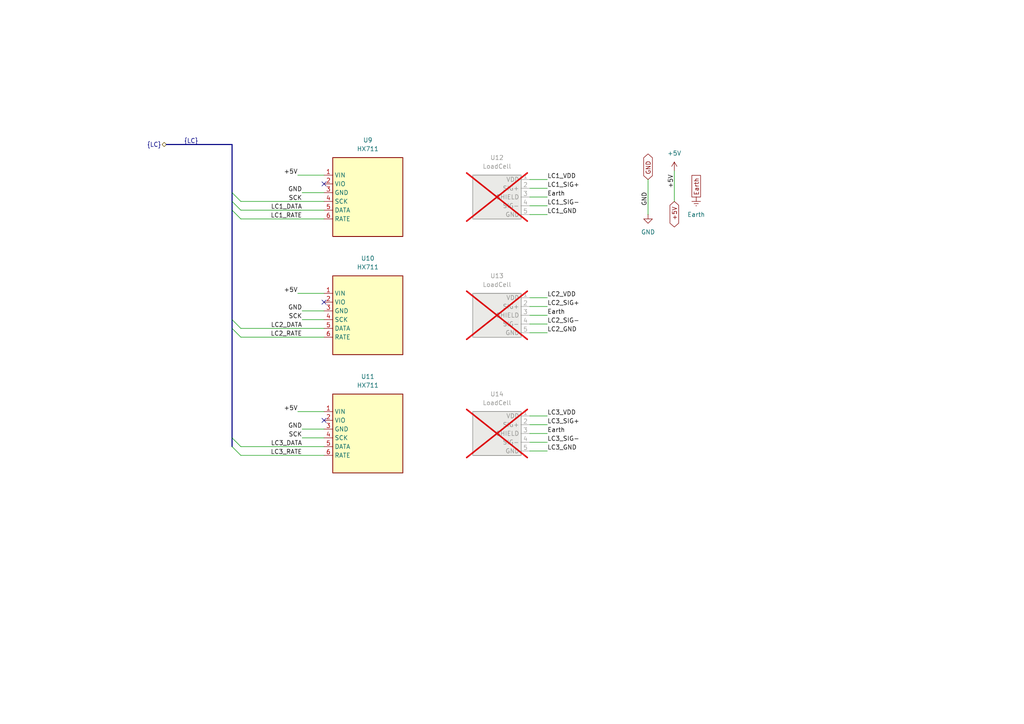
<source format=kicad_sch>
(kicad_sch (version 20231120) (generator "eeschema") (generator_version "8.0")
  (paper "A4")
  (lib_symbols
    (symbol "hb_symbol_lib:hx711_load_cell_amplifier"
      (property "Reference" "U" (at -0.254 14.732 0))
      (property "Value" "HX711" (at -2.54 12.7 0))
      (symbol "hx711_load_cell_amplifier_1_1"
        (rectangle (start -10.16 11.43) (end 10.16 -11.43) (stroke (width 0.254)) (fill (type background)))
        (pin input line (at -12.7 6.35 0) (length 2.54) (name "VIN") (number "1"))
        (pin output line (at -12.7 3.81 0) (length 2.54) (name "VIO") (number "2"))
        (pin power_in line (at -12.7 1.27 0) (length 2.54) (name "GND") (number "3"))
        (pin input line (at -12.7 -1.27 0) (length 2.54) (name "SCK") (number "4"))
        (pin output line (at -12.7 -3.81 0) (length 2.54) (name "DATA") (number "5"))
        (pin output line (at -12.7 -6.35 0) (length 2.54) (name "RATE") (number "6"))
      )
    )
    (symbol "hb_symbol_lib:load_cell_yzc516_50kg"
      (property "Reference" "U" (at 0.508 6.604 0))
      (property "Value" "LoadCell" (at 0 0 0))
      (symbol "load_cell_yzc516_50kg_1_1"
        (rectangle (start -6.35 5.08) (end 7.62 -7.62) (stroke (width 0.254)) (fill (type background)))
        (pin input line (at 10.16 3.81 180) (length 2.54) (name "VDD") (number "1"))
        (pin output line (at 10.16 1.27 180) (length 2.54) (name "SIG+") (number "2"))
        (pin input line (at 10.16 -1.27 180) (length 2.54) (name "SHIELD") (number "3"))
        (pin output line (at 10.16 -3.81 180) (length 2.54) (name "SIG-") (number "4"))
        (pin input line (at 10.16 -6.35 180) (length 2.54) (name "GND") (number "5"))
      )
    )
    (symbol "hx711_load_cell_amplifier_1"
      (property "Reference" "U" (at -0.254 14.732 0))
      (property "Value" "HX711" (at -2.54 12.7 0))
      (symbol "hx711_load_cell_amplifier_1_1_1"
        (rectangle (start -10.16 11.43) (end 10.16 -11.43) (stroke (width 0.254)) (fill (type background)))
        (pin input line (at -12.7 6.35 0) (length 2.54) (name "VIN") (number "1"))
        (pin output line (at -12.7 3.81 0) (length 2.54) (name "VIO") (number "2"))
        (pin power_in line (at -12.7 1.27 0) (length 2.54) (name "GND") (number "3"))
        (pin input line (at -12.7 -1.27 0) (length 2.54) (name "SCK") (number "4"))
        (pin output line (at -12.7 -3.81 0) (length 2.54) (name "DATA") (number "5"))
        (pin output line (at -12.7 -6.35 0) (length 2.54) (name "RATE") (number "6"))
      )
    )
    (symbol "hx711_load_cell_amplifier_2"
      (property "Reference" "U" (at -0.254 14.732 0))
      (property "Value" "HX711" (at -2.54 12.7 0))
      (symbol "hx711_load_cell_amplifier_2_1_1"
        (rectangle (start -10.16 11.43) (end 10.16 -11.43) (stroke (width 0.254)) (fill (type background)))
        (pin input line (at -12.7 6.35 0) (length 2.54) (name "VIN") (number "1"))
        (pin output line (at -12.7 3.81 0) (length 2.54) (name "VIO") (number "2"))
        (pin power_in line (at -12.7 1.27 0) (length 2.54) (name "GND") (number "3"))
        (pin input line (at -12.7 -1.27 0) (length 2.54) (name "SCK") (number "4"))
        (pin output line (at -12.7 -3.81 0) (length 2.54) (name "DATA") (number "5"))
        (pin output line (at -12.7 -6.35 0) (length 2.54) (name "RATE") (number "6"))
      )
    )
    (symbol "power:+5V" (power) (pin_numbers hide) (pin_names (offset 0) hide)
      (property "Value" "+5V" (at 0 3.556 0))
      (symbol "+5V_0_1"
        (polyline (pts (xy -0.762 1.27) (xy 0 2.54)))
        (polyline (pts (xy 0 0) (xy 0 2.54)))
        (polyline (pts (xy 0 2.54) (xy 0.762 1.27)))
      )
      (symbol "+5V_1_1"
        (pin power_in line (at 0 0 90) (length 0) (name "~") (number "1"))
      )
    )
    (symbol "power:Earth" (power) (pin_numbers hide) (pin_names (offset 0) hide)
      (property "Value" "Earth" (at 0 -3.81 0))
      (symbol "Earth_0_1"
        (polyline (pts (xy -0.635 -1.905) (xy 0.635 -1.905)))
        (polyline (pts (xy -0.127 -2.54) (xy 0.127 -2.54)))
        (polyline (pts (xy 0 -1.27) (xy 0 0)))
        (polyline (pts (xy 1.27 -1.27) (xy -1.27 -1.27)))
      )
      (symbol "Earth_1_1"
        (pin power_in line (at 0 0 270) (length 0) (name "~") (number "1"))
      )
    )
    (symbol "power:GND" (power) (pin_numbers hide) (pin_names (offset 0) hide)
      (property "Value" "GND" (at 0 -3.81 0))
      (symbol "GND_0_1"
        (polyline (pts (xy 0 0) (xy 0 -1.27) (xy 1.27 -1.27) (xy 0 -2.54) (xy -1.27 -1.27) (xy 0 -1.27)))
      )
      (symbol "GND_1_1"
        (pin power_in line (at 0 0 270) (length 0) (name "~") (number "1"))
      )
    )
  )
  (bus_alias "LC" (members "LC1_DATA" "LC1_RATE" "LC2_DATA" "LC2_RATE" "LC3_DATA" "LC3_RATE" "SCK"))
  (no_connect (at 93.98 53.34))
  (no_connect (at 93.98 87.63))
  (no_connect (at 93.98 121.92))
  (bus_entry (at 67.31 60.96) (size 2.54 2.54))
  (bus_entry (at 67.31 95.25) (size 2.54 2.54))
  (bus_entry (at 67.31 127) (size 2.54 2.54))
  (bus_entry (at 67.31 129.54) (size 2.54 2.54))
  (bus_entry (at 67.31 92.71) (size 2.54 2.54))
  (bus_entry (at 67.31 58.42) (size 2.54 2.54))
  (bus_entry (at 67.31 55.88) (size 2.54 2.54))
  (bus (pts (xy 67.31 92.71) (xy 67.31 95.25)))
  (wire (pts (xy 93.98 85.09) (xy 86.36 85.09)))
  (wire (pts (xy 69.85 129.54) (xy 93.98 129.54)))
  (wire (pts (xy 153.67 54.61) (xy 158.75 54.61)))
  (wire (pts (xy 153.67 52.07) (xy 158.75 52.07)))
  (wire (pts (xy 153.67 88.9) (xy 158.75 88.9)))
  (wire (pts (xy 187.96 52.07) (xy 187.96 62.23)))
  (wire (pts (xy 69.85 97.79) (xy 93.98 97.79)))
  (wire (pts (xy 153.67 96.52) (xy 158.75 96.52)))
  (wire (pts (xy 93.98 55.88) (xy 87.63 55.88)))
  (wire (pts (xy 153.67 130.81) (xy 158.75 130.81)))
  (bus (pts (xy 67.31 60.96) (xy 67.31 92.71)))
  (wire (pts (xy 93.98 92.71) (xy 87.63 92.71)))
  (wire (pts (xy 153.67 125.73) (xy 158.75 125.73)))
  (wire (pts (xy 153.67 86.36) (xy 158.75 86.36)))
  (wire (pts (xy 93.98 119.38) (xy 86.36 119.38)))
  (wire (pts (xy 153.67 91.44) (xy 158.75 91.44)))
  (bus (pts (xy 67.31 41.91) (xy 48.26 41.91)))
  (wire (pts (xy 69.85 60.96) (xy 93.98 60.96)))
  (wire (pts (xy 153.67 128.27) (xy 158.75 128.27)))
  (bus (pts (xy 67.31 127) (xy 67.31 129.54)))
  (wire (pts (xy 69.85 132.08) (xy 93.98 132.08)))
  (wire (pts (xy 153.67 120.65) (xy 158.75 120.65)))
  (bus (pts (xy 67.31 55.88) (xy 67.31 58.42)))
  (bus (pts (xy 67.31 41.91) (xy 67.31 55.88)))
  (wire (pts (xy 69.85 95.25) (xy 93.98 95.25)))
  (wire (pts (xy 69.85 63.5) (xy 93.98 63.5)))
  (bus (pts (xy 67.31 95.25) (xy 67.31 127)))
  (wire (pts (xy 153.67 93.98) (xy 158.75 93.98)))
  (wire (pts (xy 153.67 123.19) (xy 158.75 123.19)))
  (wire (pts (xy 93.98 50.8) (xy 86.36 50.8)))
  (bus (pts (xy 67.31 58.42) (xy 67.31 60.96)))
  (wire (pts (xy 153.67 59.69) (xy 158.75 59.69)))
  (wire (pts (xy 195.58 58.42) (xy 195.58 49.53)))
  (wire (pts (xy 93.98 127) (xy 87.63 127)))
  (wire (pts (xy 153.67 57.15) (xy 158.75 57.15)))
  (wire (pts (xy 93.98 124.46) (xy 87.63 124.46)))
  (wire (pts (xy 93.98 90.17) (xy 87.63 90.17)))
  (wire (pts (xy 153.67 62.23) (xy 158.75 62.23)))
  (wire (pts (xy 69.85 58.42) (xy 93.98 58.42)))
  (label "LC1_SIG-" (at 158.75 59.69 0))
  (label "LC2_GND" (at 158.75 96.52 0))
  (label "SCK" (at 87.63 127 180))
  (label "LC1_VDD" (at 158.75 52.07 0))
  (label "LC3_GND" (at 158.75 130.81 0))
  (label "LC3_DATA" (at 87.63 129.54 180))
  (label "LC2_RATE" (at 87.63 97.79 180))
  (label "LC1_DATA" (at 87.63 60.96 180))
  (label "LC2_SIG-" (at 158.75 93.98 0))
  (label "LC1_RATE" (at 87.63 63.5 180))
  (label "GND" (at 87.63 90.17 180))
  (label "SCK" (at 87.63 58.42 180))
  (label "LC1_SIG+" (at 158.75 54.61 0))
  (label "{LC}" (at 53.34 41.91 0))
  (label "SCK" (at 87.63 92.71 180))
  (label "+5V" (at 86.36 119.38 180))
  (label "LC2_VDD" (at 158.75 86.36 0))
  (label "LC3_SIG+" (at 158.75 123.19 0))
  (label "LC2_SIG+" (at 158.75 88.9 0))
  (label "+5V" (at 86.36 85.09 180))
  (label "GND" (at 187.96 59.69 90))
  (label "LC2_DATA" (at 87.63 95.25 180))
  (label "LC3_SIG-" (at 158.75 128.27 0))
  (label "+5V" (at 195.58 54.61 90))
  (label "LC1_GND" (at 158.75 62.23 0))
  (label "LC3_RATE" (at 87.63 132.08 180))
  (label "GND" (at 87.63 55.88 180))
  (label "Earth" (at 158.75 91.44 0))
  (label "+5V" (at 86.36 50.8 180))
  (label "Earth" (at 158.75 57.15 0))
  (label "GND" (at 87.63 124.46 180))
  (label "Earth" (at 158.75 125.73 0))
  (label "LC3_VDD" (at 158.75 120.65 0))
  (global_label "Earth" (shape passive) (at 201.93 57.15 90) (property "Intersheetrefs" "${INTERSHEET_REFS}" (effects (hide yes))))
  (global_label "GND" (shape bidirectional) (at 187.96 52.07 90) (property "Intersheetrefs" "${INTERSHEET_REFS}" (effects (hide yes))))
  (global_label "+5V" (shape bidirectional) (at 195.58 58.42 270) (property "Intersheetrefs" "${INTERSHEET_REFS}" (effects (hide yes))))
  (hierarchical_label "{LC}" (shape bidirectional) (at 48.26 41.91 180))
  (symbol (lib_id "power:Earth") (at 201.93 57.15 0) (unit 1)
    (property "Reference" "#PWR050" (effects (hide yes)))
    (property "Value" "Earth" (at 201.93 62.23 0))
    (property "Description" "Power symbol creates a global label with name \"Earth\"" (effects (hide yes)))
  )
  (symbol (lib_name "hx711_load_cell_amplifier_2") (lib_id "hb_symbol_lib:hx711_load_cell_amplifier") (at 106.68 91.44 0) (unit 1)
    (property "Reference" "U10" (at 106.68 74.93 0))
    (property "Value" "HX711" (at 106.68 77.47 0))
    (property "Footprint" "Connector_PinHeader_1.00mm:PinHeader_1x06_P1.00mm_Vertical" (effects (hide yes)))
    (property "Datasheet" "https://learn.adafruit.com/adafruit-hx711-24-bit-adc" (effects (hide yes)))
  )
  (symbol (lib_id "hb_symbol_lib:load_cell_yzc516_50kg") (at 143.51 124.46 0) (unit 1) (in_bom no) (on_board no) (dnp yes)
    (property "Reference" "U14" (at 144.145 114.3 0))
    (property "Value" "LoadCell" (at 144.145 116.84 0))
  )
  (symbol (lib_id "power:GND") (at 187.96 62.23 0) (unit 1)
    (property "Reference" "#PWR048" (effects (hide yes)))
    (property "Value" "GND" (at 187.96 67.31 0))
    (property "Description" "Power symbol creates a global label with name \"GND\" , ground" (effects (hide yes)))
  )
  (symbol (lib_name "hx711_load_cell_amplifier_1") (lib_id "hb_symbol_lib:hx711_load_cell_amplifier") (at 106.68 57.15 0) (unit 1)
    (property "Reference" "U9" (at 106.68 40.64 0))
    (property "Value" "HX711" (at 106.68 43.18 0))
    (property "Footprint" "Connector_PinHeader_1.00mm:PinHeader_1x06_P1.00mm_Vertical" (effects (hide yes)))
    (property "Datasheet" "https://learn.adafruit.com/adafruit-hx711-24-bit-adc" (effects (hide yes)))
  )
  (symbol (lib_id "power:+5V") (at 195.58 49.53 0) (unit 1)
    (property "Reference" "#PWR049" (effects (hide yes)))
    (property "Value" "+5V" (at 195.58 44.45 0))
    (property "Description" "Power symbol creates a global label with name \"+5V\"" (effects (hide yes)))
  )
  (symbol (lib_id "hb_symbol_lib:hx711_load_cell_amplifier") (at 106.68 125.73 0) (unit 1)
    (property "Reference" "U11" (at 106.68 109.22 0))
    (property "Value" "HX711" (at 106.68 111.76 0))
    (property "Footprint" "Connector_PinHeader_1.00mm:PinHeader_1x06_P1.00mm_Vertical" (effects (hide yes)))
    (property "Datasheet" "https://learn.adafruit.com/adafruit-hx711-24-bit-adc" (effects (hide yes)))
  )
  (symbol (lib_id "hb_symbol_lib:load_cell_yzc516_50kg") (at 143.51 90.17 0) (unit 1) (in_bom no) (on_board no) (dnp yes)
    (property "Reference" "U13" (at 144.145 80.01 0))
    (property "Value" "LoadCell" (at 144.145 82.55 0))
  )
  (symbol (lib_id "hb_symbol_lib:load_cell_yzc516_50kg") (at 143.51 55.88 0) (unit 1) (in_bom no) (on_board no) (dnp yes)
    (property "Reference" "U12" (at 144.145 45.72 0))
    (property "Value" "LoadCell" (at 144.145 48.26 0))
  )
)
</source>
